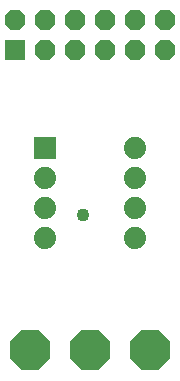
<source format=gbr>
G04 EAGLE Gerber X2 export*
%TF.Part,Single*%
%TF.FileFunction,Soldermask,Bot,1*%
%TF.FilePolarity,Negative*%
%TF.GenerationSoftware,Autodesk,EAGLE,9.1.3*%
%TF.CreationDate,2018-08-31T23:25:58Z*%
G75*
%MOMM*%
%FSLAX34Y34*%
%LPD*%
%AMOC8*
5,1,8,0,0,1.08239X$1,22.5*%
G01*
%ADD10P,3.656530X8X22.500000*%
%ADD11P,1.869504X8X22.500000*%
%ADD12R,1.727200X1.727200*%
%ADD13R,1.879600X1.879600*%
%ADD14C,1.879600*%
%ADD15C,1.103200*%


D10*
X101600Y25400D03*
D11*
X38100Y304800D03*
X63500Y304800D03*
X88900Y304800D03*
X114300Y304800D03*
X139700Y304800D03*
X165100Y304800D03*
D12*
X38100Y279400D03*
D11*
X63500Y279400D03*
X88900Y279400D03*
X114300Y279400D03*
X139700Y279400D03*
X165100Y279400D03*
D10*
X152400Y25400D03*
D13*
X63500Y196850D03*
D14*
X63500Y171450D03*
X63500Y146050D03*
X63500Y120650D03*
X139700Y120650D03*
X139700Y146050D03*
X139700Y171450D03*
X139700Y196850D03*
D10*
X50800Y25400D03*
D15*
X95250Y139700D03*
M02*

</source>
